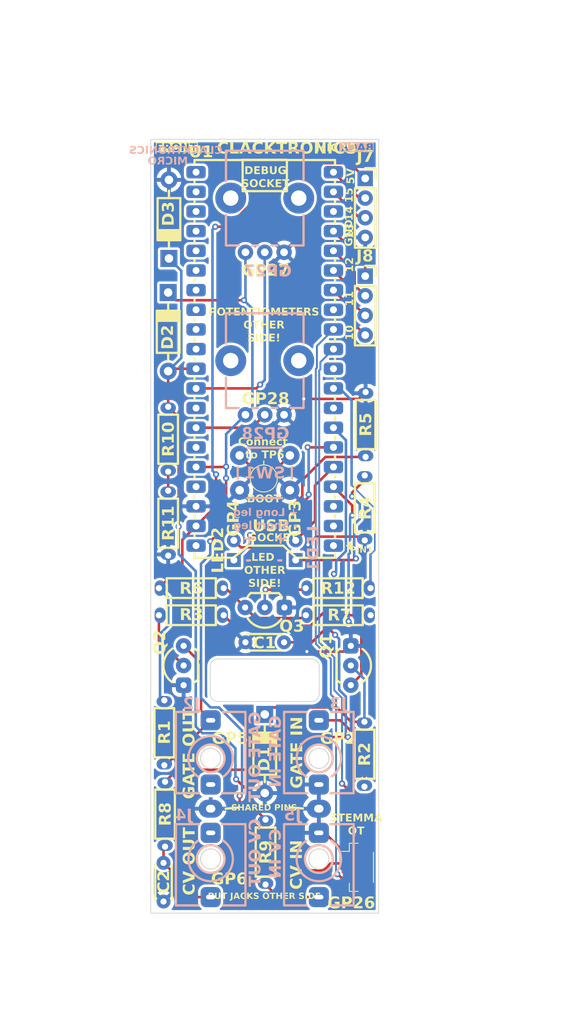
<source format=kicad_pcb>
(kicad_pcb (version 20240108) (generator "pcbnew") (generator_version "8.0")
  (layers (0 "F.Cu" signal) (31 "B.Cu" signal) (34 "B.Paste" user) (35 "F.Paste" user) (36 "B.SilkS" user "B.Silkscreen") (37 "F.SilkS" user "F.Silkscreen") (38 "B.Mask" user) (39 "F.Mask" user) (44 "Edge.Cuts" user))
  (net 0 "")
  (net 1 "Net-(C1-Pad1)")
  (net 2 "GND")
  (net 3 "Net-(Q3-B)")
  (net 4 "Net-(D1-K)")
  (net 5 "Net-(D2-A)")
  (net 6 "+3.3V")
  (net 7 "Net-(U1A-GP28)")
  (net 8 "Net-(C2-Pad1)")
  (net 9 "Net-(Q2-C)")
  (net 10 "/SDA")
  (net 11 "/SCL")
  (net 12 "Net-(Q3-C)")
  (net 13 "Net-(Q1-C)")
  (net 14 "Net-(Q2-B)")
  (net 15 "+5V")
  (net 16 "Net-(U1A-GP6)")
  (net 18 "Net-(LED2-A)")
  (net 19 "Net-(LED1-A)")
  (net 20 "Net-(U1A-GP5)")
  (net 24 "/I2C0_SDA")
  (net 25 "/I2C0_SCL")
  (net 26 "Net-(U1A-GP27)")
  (net 34 "Net-(SW1-Pad1)")
  (net 40 "Net-(J3-PadT)")
  (net 42 "Net-(J5-PadT)")
  (net 43 "Net-(R10-Pad1)")
  (net 44 "Net-(LED1-K)")
  (net 45 "Net-(LED2-K)")
  (net 47 "Net-(J7-Pin_3)")
  (net 48 "Net-(J7-Pin_2)")
  (net 51 "Net-(J8-Pin_2)")
  (net 52 "Net-(J8-Pin_1)")
  (net 53 "Net-(J8-Pin_3)")
  (net 54 "Net-(J8-Pin_4)")
  (footprint "BYOM_General:C_TH_Disc_P5.00mm" (layer "F.Cu") (at 45.9 158.5 -90)
    (property "Reference" "C2")
    (property "Value" "10n")
  )
  (footprint "BYOM_General:D_TH_DO-41_P10.16mm" (layer "F.Cu") (at 59 139.32 -90)
    (property "Reference" "D1")
    (property "Value" "1N5819WS")
  )
  (footprint "BYOM_General:D_TH_DO-41_P10.16mm" (layer "F.Cu") (at 46.5 84.8 -90)
    (property "Reference" "D2")
    (property "Value" "1N5819WS")
  )
  (footprint "BYOM_General:R_Axial_DIN0204_L3.6mm_D1.6mm_P7.62mm_Horizontal" (layer "F.Cu") (at 46.1 156.4 90)
    (property "Reference" "R8")
    (property "Value" "1k")
  )
  (footprint "BYOM_General:R_Axial_DIN0204_L3.6mm_D1.6mm_P7.62mm_Horizontal" (layer "F.Cu") (at 72.7 126.5 180)
    (property "Reference" "R7")
    (property "Value" "100R")
  )
  (footprint "BYOM_General:R_Axial_DIN0204_L3.6mm_D1.6mm_P7.62mm_Horizontal" (layer "F.Cu") (at 46.5 107.95 90)
    (property "Reference" "R10")
    (property "Value" "100k")
  )
  (footprint "BYOM_General:C_TH_Disc_P5.00mm" (layer "F.Cu") (at 61.5 130 180)
    (property "Reference" "C1")
    (property "Value" "100n")
  )
  (footprint "BYOM_General:R_Axial_DIN0204_L3.6mm_D1.6mm_P7.62mm_Horizontal" (layer "F.Cu") (at 59.1 161.3 90)
    (property "Reference" "R9")
    (property "Value" "100k")
  )
  (footprint "BYOM_General:PinSocket_1x04_P2.54mm_Vertical" (layer "F.Cu") (at 72 70.06)
    (property "Reference" "J7")
    (property "Value" "USB_HOST")
  )
  (footprint "BYOM_General:R_Axial_DIN0204_L3.6mm_D1.6mm_P7.62mm_Horizontal" (layer "F.Cu") (at 45.3 126.5)
    (property "Reference" "R3")
    (property "Value" "10k")
  )
  (footprint "Connector_JST:JST_SH_BM04B-SRSS-TB_1x04-1MP_P1.00mm_Vertical" (layer "F.Cu") (at 71.05 159.075 -90)
    (property "Reference" "J6" (hide yes))
    (property "Value" "STEMMA QT")
  )
  (footprint "BYOM_General:TO-92_Inline_Wide" (layer "F.Cu") (at 48.5 135.54 90)
    (property "Reference" "Q2")
    (property "Value" "2N3904")
  )
  (footprint "BYOM_General:RPI_Pico_through_hole" (layer "F.Cu") (at 67.89 117.51 180)
    (property "Reference" "U1")
    (property "Value" "Raspberry_Pi_Pico")
  )
  (footprint "BYOM_General:TO-92_Inline_Wide" (layer "F.Cu") (at 70.135825 130.46 -90)
    (property "Reference" "Q1")
    (property "Value" "2N3904")
  )
  (footprint "BYOM_General:TO-92_Inline_Wide" (layer "F.Cu") (at 61.54 125.5 180)
    (property "Reference" "Q3")
    (property "Value" "2N3904")
  )
  (footprint "BYOM_General:R_Axial_DIN0204_L3.6mm_D1.6mm_P7.62mm_Horizontal" (layer "F.Cu") (at 64.3 123)
    (property "Reference" "R12")
    (property "Value" "10k")
  )
  (footprint "BYOM_General:R_Axial_DIN0204_L3.6mm_D1.6mm_P7.62mm_Horizontal" (layer "F.Cu") (at 46.5 118.8 90)
    (property "Reference" "R11")
    (property "Value" "100k")
  )
  (footprint "BYOM_General:PinSocket_1x04_P2.54mm_Vertical" (layer "F.Cu") (at 72 82.68)
    (property "Reference" "J8")
    (property "Value" "GPPINS")
  )
  (footprint "BYOM_General:R_Axial_DIN0204_L3.6mm_D1.6mm_P7.62mm_Horizontal" (layer "F.Cu") (at 71.9 148.65 90)
    (property "Reference" "R2")
    (property "Value" "100k")
  )
  (footprint "TestPoint:TestPoint_Pad_D3.0mm" (layer "F.Cu") (at 58.875 108.825)
    (property "Reference" "TP1" (hide yes))
    (property "Value" "BOOT")
  )
  (footprint "BYOM_General:R_Axial_DIN0204_L3.6mm_D1.6mm_P7.62mm_Horizontal" (layer "F.Cu") (at 45.3 123)
    (property "Reference" "R6")
    (property "Value" "1k")
  )
  (footprint "BYOM_General:R_Axial_DIN0204_L3.6mm_D1.6mm_P7.62mm_Horizontal" (layer "F.Cu") (at 72.05 106.05 90)
    (property "Reference" "R5")
    (property "Value" "1k")
  )
  (footprint "BYOM_General:R_Axial_DIN0204_L3.6mm_D1.6mm_P7.62mm_Horizontal" (layer "F.Cu") (at 46 137.5 -90)
    (property "Reference" "R1")
    (property "Value" "1k")
  )
  (footprint "BYOM_General:D_TH_DO-41_P10.16mm" (layer "F.Cu") (at 46.6 80.4 90)
    (property "Reference" "D3")
    (property "Value" "1N5819WS")
  )
  (footprint "BYOM_General:R_Axial_DIN0204_L3.6mm_D1.6mm_P7.62mm_Horizontal" (layer "F.Cu") (at 71.94 108.44 -90)
    (property "Reference" "R4")
    (property "Value" "1k")
  )
  (footprint "BYOM_General:Jack_3.5mm_QingPu_WQP-PJ398SM_Vertical" (layer "B.Cu") (at 66 145 180)
    (property "Reference" "J3")
    (property "Value" "GATE_IN")
    (fp_circle (center 0 0) (end 1.3 0) (stroke (width 0.12)) (fill none) (layer "Edge.Cuts"))
  )
  (footprint "BYOM_General:Jack_3.5mm_QingPu_WQP-PJ398SM_Vertical" (layer "B.Cu") (at 66 158)
    (property "Reference" "J5")
    (property "Value" "CV_IN")
    (fp_circle (center 0 0) (end 1.3 0) (stroke (width 0.12)) (fill none) (layer "Edge.Cuts"))
  )
  (footprint "BYOM_General:Jack_3.5mm_QingPu_WQP-PJ398SM_Vertical" (layer "B.Cu") (at 52 158)
    (property "Reference" "J4")
    (property "Value" "CV_OUT")
    (fp_circle (center 0 0) (end 1.3 0) (stroke (width 0.12)) (fill none) (layer "Edge.Cuts"))
  )
  (footprint "BYOM_General:SW_PUSH_6mm" (layer "B.Cu") (at 62.25 105.85 180)
    (property "Reference" "SW1")
    (property "Value" "Program")
  )
  (footprint "BYOM_General:POT_TH_Alps_RK09K_Single_Vertical" (layer "B.Cu") (at 59 72.1 180)
    (property "Reference" "RV1" (hide yes))
    (property "Value" "100k")
  )
  (footprint "BYOM_General:LED_D3.0mm" (layer "B.Cu") (at 63 118.1 90)
    (property "Reference" "LED1")
    (property "Value" "LED")
  )
  (footprint "BYOM_General:LED_D3.0mm" (layer "B.Cu") (at 55 118.1 90)
    (property "Reference" "LED2")
    (property "Value" "LED")
  )
  (footprint "BYOM_General:Jack_3.5mm_QingPu_WQP-PJ398SM_Vertical" (layer "B.Cu") (at 52 145 180)
    (property "Reference" "J2")
    (property "Value" "GATE_OUT")
    (fp_circle (center 0 0) (end 1.3 0) (stroke (width 0.12)) (fill none) (layer "Edge.Cuts"))
  )
  (footprint "BYOM_General:POT_TH_Alps_RK09K_Single_Vertical" (layer "B.Cu") (at 59 93.1 180)
    (property "Reference" "RV2" (hide yes))
    (property "Value" "100k")
  )
  (gr_line (start 62.275 151.325) (end 63.925 151.475) (stroke (width 0.3)) (layer "F.SilkS"))
  (gr_rect (start 56.1375 67.65) (end 61.8625 71.7) (stroke (width 0.3)) (fill none) (layer "F.SilkS"))
  (gr_line (start 58.875 107.0375) (end 58.875 106.5625) (stroke (width 0.15)) (layer "F.SilkS"))
  (gr_line (start 53.95 151.5) (end 55.6 151.35) (stroke (width 0.3)) (layer "F.SilkS"))
  (gr_line (start 52.95 132.15) (end 65.05 132.15) (stroke (width 0.1)) (layer "Edge.Cuts"))
  (gr_line (start 66.05 133.15) (end 66.05 136.65) (stroke (width 0.1)) (layer "Edge.Cuts"))
  (gr_line (start 73.75 65) (end 44.25 65) (stroke (width 0.1)) (layer "Edge.Cuts"))
  (gr_arc (start 66.05 136.65) (mid 65.757107 137.357107) (end 65.05 137.65) (stroke (width 0.1)) (layer "Edge.Cuts"))
  (gr_line (start 51.95 136.65) (end 51.95 133.15) (stroke (width 0.1)) (layer "Edge.Cuts"))
  (gr_line (start 44.25 65) (end 44.25 165) (stroke (width 0.1)) (layer "Edge.Cuts"))
  (gr_arc (start 52.95 137.65) (mid 52.242893 137.357107) (end 51.95 136.65) (stroke (width 0.1)) (layer "Edge.Cuts"))
  (gr_arc (start 65.05 132.15) (mid 65.757107 132.442893) (end 66.05 133.15) (stroke (width 0.1)) (layer "Edge.Cuts"))
  (gr_line (start 65.05 137.65) (end 52.95 137.65) (stroke (width 0.1)) (layer "Edge.Cuts"))
  (gr_line (start 44.25 165) (end 73.75 165) (stroke (width 0.1)) (layer "Edge.Cuts"))
  (gr_arc (start 51.95 133.15) (mid 52.242893 132.442893) (end 52.95 132.15) (stroke (width 0.1)) (layer "Edge.Cuts"))
  (gr_line (start 73.75 65) (end 73.75 165) (stroke (width 0.1)) (layer "Edge.Cuts"))
  (gr_text " BACK " (at 73.6 66.7 0) (layer "B.SilkS" knockout) (effects (font (size 1 1) (thickness 0.2) (bold yes)) (justify left bottom mirror)))
  (gr_text "+" (at 57 116.65 0) (layer "B.SilkS") (effects (font (size 1.5 1.5) (thickness 0.25) (bold yes)) (justify mirror)))
  (gr_text "CLACKTRONICS" (at 53.5 67.05 0) (layer "B.SilkS") (effects (font (size 1 1) (thickness 0.25) (bold yes)) (justify left bottom mirror)))
  (gr_text "-" (at 60.95 119.4 0) (layer "B.SilkS") (effects (font (size 1.5 1.5) (thickness 0.25) (bold yes))))
  (gr_text "GP28" (at 59.1 103.1 0) (layer "B.SilkS") (effects (font (size 1.5 1.5) (thickness 0.2) (bold yes)) (justify mirror)))
  (gr_text "-" (at 56.9 119.4 0) (layer "B.SilkS") (effects (font (size 1.5 1.5) (thickness 0.25) (bold yes))))
  (gr_text "GP27" (at 59.4 82.1 0) (layer "B.SilkS") (effects (font (size 1.5 1.5) (thickness 0.2) (bold yes)) (justify mirror)))
  (gr_text "+" (at 61.05 116.65 0) (layer "B.SilkS") (effects (font (size 1.5 1.5) (thickness 0.25) (bold yes)) (justify mirror)))
  (gr_text "MICRO" (at 46.45 67.85 0) (layer "B.SilkS") (effects (font (size 1 1) (thickness 0.2) (bold yes)) (justify mirror)))
  (gr_text "GATE IN" (at 60.45 144.1 90) (layer "B.SilkS") (effects (font (size 1.5 1.5) (thickness 0.2) (bold yes)) (justify mirror)))
  (gr_text "+ Long leg\n- Short leg" (at 59.1 114.1 0) (layer "B.SilkS") (effects (font (size 1 1) (thickness 0.25) (bold yes)) (justify mirror)))
  (gr_text "CV OUT" (at 57.825 157.2 90) (layer "B.SilkS") (effects (font (size 1.5 1.5) (thickness 0.2) (bold yes)) (justify mirror)))
  (gr_text "GATE OUT" (at 57.8 144.8 90) (layer "B.SilkS") (effects (font (size 1.5 1.5) (thickness 0.2) (bold yes)) (justify mirror)))
  (gr_text "CV IN" (at 60.45 157.3 90) (layer "B.SilkS") (effects (font (size 1.5 1.5) (thickness 0.2) (bold yes)) (justify mirror)))
  (gr_text "CV OUT" (at 49.3 158.3 90) (layer "F.SilkS") (effects (font (size 1.5 1.5) (thickness 0.2) (bold yes))))
  (gr_text "GATE IN" (at 63.225 144.25 90) (layer "F.SilkS") (effects (font (size 1.5 1.5) (thickness 0.2) (bold yes))))
  (gr_text "GP3\n" (at 63 114 90) (layer "F.SilkS") (effects (font (size 1.5 1.5) (thickness 0.2) (bold yes))))
  (gr_text "CLACKTRONICS" (at 52.8 67.1 0) (layer "F.SilkS") (effects (font (size 1.5 1.5) (thickness 0.2) (bold yes)) (justify left bottom)))
  (gr_text "GP26" (at 70.2 163.75 0) (layer "F.SilkS") (effects (font (size 1.5 1.5) (thickness 0.2) (bold yes))))
  (gr_text "Connect \nto TP6" (at 59 106.4 0) (layer "F.SilkS") (effects (font (size 1 1) (thickness 0.2) (bold yes)) (justify bottom)))
  (gr_text "SHARED PINS" (at 58.925 151.875 0) (layer "F.SilkS") (effects (font (size 0.8 0.8) (thickness 0.2) (bold yes)) (justify bottom)))
  (gr_text "PIN1" (at 71.5 118.55 0) (layer "F.SilkS") (effects (font (size 0.8 0.8) (thickness 0.2) (bold yes)) (justify bottom)))
  (gr_text "GATE OUT" (at 49.275 144.425 90) (layer "F.SilkS") (effects (font (size 1.5 1.5) (thickness 0.2) (bold yes))))
  (gr_text "GP5\n" (at 54.5 142.5 0) (layer "F.SilkS") (effects (font (size 1.5 1.5) (thickness 0.2) (bold yes))))
  (gr_text "GP4" (at 55 114 90) (layer "F.SilkS") (effects (font (size 1.5 1.5) (thickness 0.2) (bold yes))))
  (gr_text "15" (at 70.55 73.2 90) (layer "F.SilkS") (effects (font (size 1 1) (thickness 0.25) (bold yes)) (justify left bottom)))
  (gr_text "5V" (at 70.75 70.8 90) (layer "F.SilkS") (effects (font (size 1 1) (thickness 0.25) (bold yes)) (justify left bottom)))
  (gr_text "GP28" (at 59.1 98.6 0) (layer "F.SilkS") (effects (font (size 1.5 1.5) (thickness 0.2) (bold yes))))
  (gr_text "GND" (at 70.5 78.85 90) (layer "F.SilkS") (effects (font (size 1 1) (thickness 0.25) (bold yes)) (justify left bottom)))
  (gr_text "MICRO" (at 68.2 66.15 0) (layer "F.SilkS") (effects (font (size 1 1) (thickness 0.2) (bold yes))))
  (gr_text " FRONT " (at 44.4 66.7 0) (layer "F.SilkS" knockout) (effects (font (size 1 1) (thickness 0.2) (bold yes)) (justify left bottom)))
  (gr_text "10     11     12     13" (at 70.6 90.95 90) (layer "F.SilkS") (effects (font (size 1 1) (thickness 0.25) (bold yes)) (justify left bottom)))
  (gr_text "GP6" (at 54.4 160.65 0) (layer "F.SilkS") (effects (font (size 1.5 1.5) (thickness 0.2) (bold yes))))
  (gr_text "POTENTIOMETERS\nOTHER\nSIDE!" (at 58.9 91.3 0) (layer "F.SilkS") (effects (font (size 1 1) (thickness 0.2) (bold yes)) (justify bottom)))
  (gr_text "14" (at 70.55 75.55 90) (layer "F.SilkS") (effects (font (size 1 1) (thickness 0.25) (bold yes)) (justify left bottom)))
  (gr_text "STEMMA\nQT" (at 70.825 155 0) (layer "F.SilkS") (effects (font (size 1 1) (thickness 0.2) (bold yes)) (justify bottom)))
  (gr_text "CV IN" (at 63.175 158.75 90) (layer "F.SilkS") (effects (font (size 1.5 1.5) (thickness 0.2) (bold yes))))
  (gr_text "LED \nOTHER\nSIDE!" (at 59 123 0) (layer "F.SilkS") (effects (font (size 1 1) (thickness 0.2) (bold yes)) (justify bottom)))
  (gr_text "GP2" (at 68.5 142.5 0) (layer "F.SilkS") (effects (font (size 1.5 1.5) (thickness 0.2) (bold yes))))
  (gr_text "PUT JACKS OTHER SIDE" (at 58.95 163.3 0) (layer "F.SilkS") (effects (font (size 0.8 0.8) (thickness 0.2) (bold yes)) (justify bottom)))
  (gr_text "GP27" (at 59.1 82 0) (layer "F.SilkS") (effects (font (size 1.5 1.5) (thickness 0.2) (bold yes))))
  (gr_text "DEBUG\nSOCKET" (at 59.0875 71.35 0) (layer "F.SilkS") (effects (font (size 1 1) (thickness 0.2) (bold yes)) (justify bottom)))
  (segment (start 64.654595 142.245405) (end 69.775 142.245405) (width 0.33) (layer "F.Cu") (net 1))
  (segment (start 65.1 130) (end 66.25 128.85) (width 0.33) (layer "F.Cu") (net 1))
  (segment (start 66.25 128.85) (end 68.6 126.5) (width 0.33) (layer "F.Cu") (net 1))
  (segment (start 46.1 148.018) (end 47.650473 146.467527) (width 0.33) (layer "F.Cu") (net 1))
  (segment (start 67.112545 128.05) (end 68.105604 129.043059) (width 0.33) (layer "F.Cu") (net 1))
  (segment (start 66.25 128.85) (end 67.05 128.05) (width 0.33) (layer "F.Cu") (net 1))
  (segment (start 60.432473 146.467527) (end 64.654595 142.245405) (width 0.33) (layer "F.Cu") (net 1))
  (segment (start 47.650473 146.467527) (end 60.432473 146.467527) (width 0.33) (layer "F.Cu") (net 1))
  (segment (start 68.6 126.5) (end 72.7 126.5) (width 0.33) (layer "F.Cu") (net 1))
  (segment (start 67.05 128.05) (end 67.112545 128.05) (width 0.33) (layer "F.Cu") (net 1))
  (segment (start 61.5 130) (end 65.1 130) (width 0.33) (layer "F.Cu") (net 1))
  (via (at 68.105604 129.043059) (size 0.8) (drill 0.4) (layers "F.Cu" "B.Cu") (net 1))
  (via (at 69.775 142.245405) (size 0.8) (drill 0.4) (layers "F.Cu" "B.Cu") (net 1))
  (segment (start 69.49 136.997036) (end 68.63 136.137036) (width 0.33) (layer "B.Cu") (net 1))
  (segment (start 69.49 141.960405) (end 69.49 136.997036) (width 0.33) (layer "B.Cu") (net 1))
  (segment (start 68.63 129.567455) (end 68.105604 129.043059) (width 0.33) (layer "B.Cu") (net 1))
  (segment (start 68.63 136.137036) (end 68.63 129.567455) (width 0.33) (layer "B.Cu") (net 1))
  (segment (start 69.775 142.245405) (end 69.49 141.960405) (width 0.33) (layer "B.Cu") (net 1))
  (segment (start 65.655 116.345) (end 64.6 117.4) (width 0.33) (layer "F.Cu") (net 2))
  (segment (start 71.168 98.55) (end 64.05 98.55) (width 0.33) (layer "F.Cu") (net 2))
  (segment (start 71.94 116.822) (end 71.463 116.345) (width 0.33) (layer "F.Cu") (net 2))
  (segment (start 66.77 154.62) (end 69.725 157.575) (width 0.33) (layer "F.Cu") (net 2))
  (segment (start 69.395825 131.2) (end 64.45 131.2) (width 0.33) (layer "F.Cu") (net 2))
  (segment (start 71.463 116.345) (end 65.655 116.345) (width 0.33) (layer "F.Cu") (net 2))
  (segment (start 66 154.62) (end 66.77 154.62) (width 0.33) (layer "F.Cu") (net 2))
  (segment (start 72.05 97.668) (end 71.168 98.55) (width 0.33) (layer "F.Cu") (net 2))
  (segment (start 70.135825 130.46) (end 69.395825 131.2) (width 0.33) (layer "F.Cu") (net 2))
  (via (at 64.45 131.2) (size 0.8) (drill 0.4) (layers "F.Cu" "B.Cu") (net 2))
  (via (at 64.05 98.55) (size 0.8) (drill 0.4) (layers "F.Cu" "B.Cu") (net 2))
  (via (at 64.6 117.4) (size 0.8) (drill 0.4) (layers "F.Cu" "B.Cu") (net 2))
  (segment (start 64.1 123.2) (end 59.1 123.2) (width 0.33) (layer "F.Cu") (net 3))
  (segment (start 64.3 123) (end 64.1 123.2) (width 0.33) (layer "F.Cu") (net 3))
  (via (at 59.1 123.2) (size 0.8) (drill 0.4) (layers "F.Cu" "B.Cu") (net 3))
  (segment (start 59 125.5) (end 59 123.3) (width 0.33) (layer "B.Cu") (net 3))
  (segment (start 59 123.3) (end 59.1 123.2) (width 0.33) (layer "B.Cu") (net 3))
  (segment (start 59 139.32) (end 59.905 138.415) (width 0.33) (layer "F.Cu") (net 4))
  (segment (start 59.905 138.415) (end 68.315 138.415) (width 0.33) (layer "F.Cu") (net 4))
  (segment (start 70.168 140.268) (end 71.9 140.268) (width 0.33) (layer "F.Cu") (net 4))
  (segment (start 68.315 138.415) (end 70.168 140.268) (width 0.33) (layer "F.Cu") (net 4))
  (segment (start 71.9 134.764175) (end 71.9 140.268) (width 0.33) (layer "B.Cu") (net 4))
  (segment (start 70.135825 133) (end 71.9 134.764175) (width 0.33) (layer "B.Cu") (net 4))
  (segment (start 56.88 149.28) (end 55.3 147.7) (width 0.33) (layer "F.Cu") (net 5))
  (segment (start 46.81 94.65) (end 46.5 94.96) (width 0.33) (layer "F.Cu") (net 5))
  (segment (start 56.88 150.698) (end 56.88 149.28) (width 0.33) (layer "F.Cu") (net 5))
  (segment (start 46.5 99.568) (end 47.865 100.933) (width 0.33) (layer "F.Cu") (net 5))
  (segment (start 47.865 100.933) (end 47.865 115.035) (width 0.33) (layer "F.Cu") (net 5))
  (segment (start 47.865 115.035) (end 47.85 115.05) (width 0.33) (layer "F.Cu") (net 5))
  (segment (start 46.5 99.568) (end 46.5 94.96) (width 0.33) (layer "F.Cu") (net 5))
  (segment (start 50.11 94.65) (end 46.81 94.65) (width 0.33) (layer "F.Cu") (net 5))
  (segment (start 59.1 152.918) (end 56.88 150.698) (width 0.33) (layer "F.Cu") (net 5))
  (via (at 47.85 115.05) (size 0.8) (drill 0.4) (layers "F.Cu" "B.Cu") (net 5))
  (via (at 55.3 147.7) (size 0.8) (drill 0.4) (layers "F.Cu" "B.Cu") (net 5))
  (segment (start 48.2 93.26) (end 46.5 94.96) (width 0.33) (layer "B.Cu") (net 5))
  (segment (start 50.07 140.885428) (end 50.929572 141.745) (width 0.33) (layer "B.Cu") (net 5))
  (segment (start 47.865 115.065) (end 47.865 118.615) (width 0.33) (layer "B.Cu") (net 5))
  (segment (start 48.2 82) (end 48.2 93.26) (width 0.33) (layer "B.Cu") (net 5))
  (segment (start 55.2 147.6) (end 55.3 147.7) (width 0.33) (layer "B.Cu") (net 5))
  (segment (start 47.865 118.615) (end 50.07 120.82) (width 0.33) (layer "B.Cu") (net 5))
  (segment (start 50.07 120.82) (end 50.07 140.885428) (width 0.33) (layer "B.Cu") (net 5))
  (segment (start 55.2 143.7) (end 55.2 147.6) (width 0.33) (layer "B.Cu") (net 5))
  (segment (start 53.245 141.745) (end 55.2 143.7) (width 0.33) (layer "B.Cu") (net 5))
  (segment (start 50.929572 141.745) (end 53.245 141.745) (width 0.33) (layer "B.Cu") (net 5))
  (segment (start 47.85 115.05) (end 47.865 115.065) (width 0.33) (layer "B.Cu") (net 5))
  (segment (start 46.6 80.4) (end 48.2 82) (width 0.33) (layer "B.Cu") (net 5))
  (segment (start 51.95 116.95) (end 54 114.9) (width 0.33) (layer "F.Cu") (net 6))
  (segment (start 69.725 158.575) (end 67.508326 158.575) (width 0.33) (layer "F.Cu") (net 6))
  (segment (start 67.508326 158.575) (end 66.615799 159.467527) (width 0.33) (layer "F.Cu") (net 6))
  (segment (start 63.667527 159.467527) (end 55.75 151.55) (width 0.33) (layer "F.Cu") (net 6))
  (segment (start 54 114.9) (end 54 108.8) (width 0.33) (layer "F.Cu") (net 6))
  (segment (start 50.11 107.35) (end 53.95 107.35) (width 0.33) (layer "F.Cu") (net 6))
  (segment (start 53.95 107.35) (end 54 107.3) (width 0.33) (layer "F.Cu") (net 6))
  (segment (start 47.5 85.8) (end 56.3 85.8) (width 0.33) (layer "F.Cu") (net 6))
  (segment (start 66.615799 159.467527) (end 63.667527 159.467527) (width 0.33) (layer "F.Cu") (net 6))
  (segment (start 46.5 84.8) (end 47.5 85.8) (width 0.33) (layer "F.Cu") (net 6))
  (segment (start 55.75 151.55) (end 55.75 149.85) (width 0.33) (layer "F.Cu") (net 6))
  (via (at 54 108.8) (size 0.8) (drill 0.4) (layers "F.Cu" "B.Cu") (net 6))
  (via (at 56.3 85.8) (size 0.8) (drill 0.4) (layers "F.Cu" "B.Cu") (net 6))
  (via (at 51.95 116.95) (size 0.8) (drill 0.4) (layers "F.Cu" "B.Cu") (net 6))
  (via (at 55.75 149.85) (size 0.8) (drill 0.4) (layers "F.Cu" "B.Cu") (net 6))
  (via (at 54 107.3) (size 0.8) (drill 0.4) (layers "F.Cu" "B.Cu") (net 6))
  (segment (start 56.3 85.8) (end 56.5 85.6) (width 0.33) (layer "B.Cu") (net 6))
  (segment (start 53.070428 138.415) (end 56.065 141.409572) (width 0.33) (layer "B.Cu") (net 6))
  (segment (start 54 103.1) (end 56.5 100.6) (width 0.33) (layer "B.Cu") (net 6))
  (segment (start 51.95 118.65) (end 50.75 119.85) (width 0.33) (layer "B.Cu") (net 6))
  (segment (start 50.75 119.85) (end 50.75 137.2) (width 0.33) (layer "B.Cu") (net 6))
  (segment (start 56.5 85.6) (end 56.5 79.6) (width 0.33) (layer "B.Cu") (net 6))
  (segment (start 50.75 137.2) (end 51.965 138.415) (width 0.33) (layer "B.Cu") (net 6))
  (segment (start 57.4 86.9) (end 56.3 85.8) (width 0.33) (layer "B.Cu") (net 6))
  (segment (start 54 107.3) (end 54 103.1) (width 0.33) (layer "B.Cu") (net 6))
  (segment (start 56.065 141.409572) (end 56.065 149.535) (width 0.33) (layer "B.Cu") (net 6))
  (segment (start 57.4 99.7) (end 57.4 86.9) (width 0.33) (layer "B.Cu") (net 6))
  (segment (start 56.065 149.535) (end 55.75 149.85) (width 0.33) (layer "B.Cu") (net 6))
  (segment (start 56.5 100.6) (end 57.4 99.7) (width 0.33) (layer "B.Cu") (net 6))
  (segment (start 51.95 116.95) (end 51.95 118.65) (width 0.33) (layer "B.Cu") (net 6))
  (segment (start 51.965 138.415) (end 53.070428 138.415) (width 0.33) (layer "B.Cu") (net 6))
  (segment (start 54 107.3) (end 54 108.8) (width 0.33) (layer "B.Cu") (net 6))
  (segment (start 57.33 102.27) (end 59 100.6) (width 0.33) (layer "F.Cu") (net 7))
  (segment (start 50.11 102.27) (end 57.33 102.27) (width 0.33) (layer "F.Cu") (net 7))
  (segment (start 50.32 162.92) (end 45.9 158.5) (width 0.33) (layer "F.Cu") (net 8))
  (segment (start 45.9 156.6) (end 46.1 156.4) (width 0.33) (layer "F.Cu") (net 8))
  (segment (start 52 162.92) (end 50.32 162.92) (width 0.33) (layer "F.Cu") (net 8))
  (segment (start 45.9 158.5) (end 45.9 156.6) (width 0.33) (layer "F.Cu") (net 8))
  (segment (start 50.75 132.71) (end 48.5 130.46) (width 0.33) (layer "F.Cu") (net 9))
  (segment (start 50.75 138.83) (end 50.75 132.71) (width 0.33) (layer "F.Cu") (net 9))
  (segment (start 52 140.08) (end 50.75 138.83) (width 0.33) (layer "F.Cu") (net 9))
  (segment (start 46 145.882) (end 46.198 145.882) (width 0.33) (layer "F.Cu") (net 9))
  (segment (start 46.198 145.882) (end 52 140.08) (width 0.33) (layer "F.Cu") (net 9))
  (segment (start 63.953 126.865) (end 57.825 126.865) (width 0.33) (layer "F.Cu") (net 12))
  (segment (start 53.682 123) (end 53.96 123) (width 0.33) (layer "F.Cu") (net 12))
  (segment (start 64.318 126.5) (end 63.953 126.865) (width 0.33) (layer "F.Cu") (net 12))
  (segment (start 53.96 123) (end 56.46 125.5) (width 0.33) (layer "F.Cu") (net 12))
  (segment (start 57.825 126.865) (end 56.46 125.5) (width 0.33) (layer "F.Cu") (net 12))
  (segment (start 70.32 112.32) (end 70.32 113.6) (width 0.33) (layer "F.Cu") (net 13))
  (segment (start 71.500825 134.175) (end 71.500825 128.950825) (width 0.33) (layer "F.Cu") (net 13))
  (segment (start 70.135825 135.54) (end 71.500825 134.175) (width 0.33) (layer "F.Cu") (net 13))
  (segment (start 71.500825 128.950825) (end 69.85 127.3) (width 0.33) (layer "F.Cu") (net 13))
  (segment (start 67.89 109.89) (end 70.32 112.32) (width 0.33) (layer "F.Cu") (net 13))
  (via (at 70.32 113.6) (size 0.8) (drill 0.4) (layers "F.Cu" "B.Cu") (net 13))
  (via (at 69.85 127.3) (size 0.8) (drill 0.4) (layers "F.Cu" "B.Cu") (net 13))
  (segment (start 69.85 127.45) (end 69.85 127.3) (width 0.33) (layer "B.Cu") (net 13))
  (segment (start 69.85 118.63141) (end 69.85 127.3) (width 0.33) (layer "B.Cu") (net 13))
  (segment (start 70.04 118.44141) (end 69.85 118.63141) (width 0.33) (layer "B.Cu") (net 13))
  (segment (start 70.04 113.88) (end 70.04 118.44141) (width 0.33) (layer "B.Cu") (net 13))
  (segment (start 70.32 113.6) (end 70.04 113.88) (width 0.33) (layer "B.Cu") (net 13))
  (segment (start 45.3 129.8) (end 45.3 126.5) (width 0.33) (layer "F.Cu") (net 14))
  (segment (start 48.5 133) (end 45.3 129.8) (width 0.33) (layer "F.Cu") (net 14))
  (segment (start 52.7 112.38) (end 52.7 108.3) (width 0.33) (layer "F.Cu") (net 15))
  (segment (start 48.332585 116.747415) (end 50.11 114.97) (width 0.33) (layer "F.Cu") (net 15))
  (segment (start 70.025 68.085) (end 72 70.06) (width 0.33) (layer "F.Cu") (net 15))
  (segment (start 52.6 76.3) (end 54.244616 76.3) (width 0.33) (layer "F.Cu") (net 15))
  (segment (start 62.459616 68.085) (end 70.025 68.085) (width 0.33) (layer "F.Cu") (net 15))
  (segment (start 50.11 114.97) (end 52.7 112.38) (width 0.33) (layer "F.Cu") (net 15))
  (segment (start 54.244616 76.3) (end 62.459616 68.085) (width 0.33) (layer "F.Cu") (net 15))
  (segment (start 48.332585 119.967415) (end 48.332585 116.747415) (width 0.33) (layer "F.Cu") (net 15))
  (segment (start 45.3 123) (end 48.332585 119.967415) (width 0.33) (layer "F.Cu") (net 15))
  (via (at 52.7 108.3) (size 0.8) (drill 0.4) (layers "F.Cu" "B.Cu") (net 15))
  (via (at 52.6 76.3) (size 0.8) (drill 0.4) (layers "F.Cu" "B.Cu") (net 15))
  (segment (start 52.234998 107.834998) (end 52.7 108.3) (width 0.33) (layer "B.Cu") (net 15))
  (segment (start 52.6 76.3) (end 52.234998 76.665002) (width 0.33) (layer "B.Cu") (net 15))
  (segment (start 45.45 128.9) (end 46.515 127.835) (width 0.33) (layer "B.Cu") (net 15))
  (segment (start 45.45 136.95) (end 45.45 128.9) (width 0.33) (layer "B.Cu") (net 15))
  (segment (start 46.515 124.215) (end 45.3 123) (width 0.33) (layer "B.Cu") (net 15))
  (segment (start 52.234998 76.665002) (end 52.234998 107.834998) (width 0.33) (layer "B.Cu") (net 15))
  (segment (start 46.515 127.835) (end 46.515 124.215) (width 0.33) (layer "B.Cu") (net 15))
  (segment (start 46 137.5) (end 45.45 136.95) (width 0.33) (layer "B.Cu") (net 15))
  (segment (start 68.69 97.19) (end 70.24 98.74) (width 0.33) (layer "B.Cu") (net 16))
  (segment (start 70.24 98.74) (end 70.24 109.69) (width 0.33) (layer "B.Cu") (net 16))
  (segment (start 70.24 109.69) (end 73.24 112.69) (width 0.2) (layer "B.Cu") (net 16))
  (segment (start 72.682 118.670137) (end 72.682 123) (width 0.33) (layer "B.Cu") (net 16))
  (segment (start 67.89 97.19) (end 68.69 97.19) (width 0.33) (layer "B.Cu") (net 16))
  (segment (start 73.24 112.69) (end 73.24 118.112137) (width 0.2) (layer "B.Cu") (net 16))
  (segment (start 73.24 118.112137) (end 72.682 118.670137) (width 0.2) (layer "B.Cu") (net 16))
  (segment (start 67.89 104.81) (end 64.56 104.81) (width 0.33) (layer "F.Cu") (net 18))
  (segment (start 55 116.83) (end 55.9 117.73) (width 0.33) (layer "F.Cu") (net 18))
  (segment (start 64.56 104.81) (end 64.55 104.8) (width 0.33) (layer "F.Cu") (net 18))
  (segment (start 58.155 117.73) (end 64.680014 111.204986) (width 0.33) (layer "F.Cu") (net 18))
  (segment (start 55.9 117.73) (end 58.155 117.73) (width 0.33) (layer "F.Cu") (net 18))
  (segment (start 64.680014 111.204986) (end 64.680014 110.9) (width 0.33) (layer "F.Cu") (net 18))
  (via (at 64.680014 110.9) (size 0.8) (drill 0.4) (layers "F.Cu" "B.Cu") (net 18))
  (via (at 64.55 104.8) (size 0.8) (drill 0.4) (layers "F.Cu" "B.Cu") (net 18))
  (segment (start 64.68 104.93) (end 64.68 110.899986) (width 0.33) (layer "B.Cu") (net 18))
  (segment (start 64.55 104.8) (end 64.68 104.93) (width 0.33) (layer "B.Cu") (net 18))
  (segment (start 64.68 110.899986) (end 64.680014 110.9) (width 0.33) (layer "B.Cu") (net 18))
  (segment (start 65.495 114.335) (end 63 116.83) (width 0.33) (layer "F.Cu") (net 19))
  (segment (start 67.89 107.35) (end 65.495 109.745) (width 0.33) (layer "F.Cu") (net 19))
  (segment (start 65.495 109.745) (end 65.495 114.335) (width 0.33) (layer "F.Cu") (net 19))
  (segment (start 53.682 126.5) (end 55.047 127.865) (width 0.33) (layer "F.Cu") (net 20))
  (segment (start 55.047 127.865) (end 64.909137 127.865) (width 0.33) (layer "F.Cu") (net 20))
  (segment (start 67.95806 124.816077) (end 67.95806 121.168854) (width 0.33) (layer "F.Cu") (net 20))
  (segment (start 64.909137 127.865) (end 67.95806 124.816077) (width 0.33) (layer "F.Cu") (net 20))
  (via (at 67.95806 121.168854) (size 0.8) (drill 0.4) (layers "F.Cu" "B.Cu") (net 20))
  (segment (start 69.505 118.226876) (end 68.240825 119.491052) (width 0.33) (layer "B.Cu") (net 20))
  (segment (start 68.240825 120.886089) (end 67.95806 121.168854) (width 0.33) (layer "B.Cu") (net 20))
  (segment (start 68.240825 119.491052) (end 68.240825 120.886089) (width 0.33) (layer "B.Cu") (net 20))
  (segment (start 67.89 102.27) (end 69.505 103.885) (width 0.33) (layer "B.Cu") (net 20))
  (segment (start 69.505 103.885) (end 69.505 118.226876) (width 0.33) (layer "B.Cu") (net 20))
  (segment (start 69.725 159.575) (end 70.499999 159.575) (width 0.33) (layer "F.Cu") (net 24))
  (segment (start 70.865 150.115) (end 69 148.25) (width 0.33) (layer "F.Cu") (net 24))
  (segment (start 70.499999 159.575) (end 70.865 159.209999) (width 0.33) (layer "F.Cu") (net 24))
  (segment (start 70.865 159.209999) (end 70.865 150.115) (width 0.33) (layer "F.Cu") (net 24))
  (via (at 69 148.25) (size 0.8) (drill 0.4) (layers "F.Cu" "B.Cu") (net 24))
  (segment (start 66.2 94.724443) (end 66.05 94.874443) (width 0.25) (layer "B.Cu") (net 24))
  (segment (start 68 136.2) (end 69 137.2) (width 0.25) (layer "B.Cu") (net 24))
  (segment (start 67.89 92.11) (end 66.2 93.8) (width 0.25) (layer "B.Cu") (net 24))
  (segment (start 68 131.963604) (end 68 136.2) (width 0.25) (layer "B.Cu") (net 24))
  (segment (start 69 137.2) (end 69 148.25) (width 0.25) (layer "B.Cu") (net 24))
  (segment (start 66.05 94.874443) (end 66.05 130.013604) (width 0.25) (layer "B.Cu") (net 24))
  (segment (start 66.2 93.8) (end 66.2 94.724443) (width 0.25) (layer "B.Cu") (net 24))
  (segment (start 66.05 130.013604) (end 68 131.963604) (width 0.25) (layer "B.Cu") (net 24))
  (segment (start 69.075 160.575) (end 68.45 159.95) (width 0.33) (layer "F.Cu") (net 25))
  (segment (start 69.725 160.575) (end 69.075 160.575) (width 0.33) (layer "F.Cu") (net 25))
  (segment (start 68.434718 159.965282) (end 68.386893 159.965282) (width 0.33) (layer "F.Cu") (net 25))
  (segment (start 68.45 159.95) (end 68.434718 159.965282) (width 0.33) (layer "F.Cu") (net 25))
  (via (at 68.386893 159.965282) (size 0.8) (drill 0.4) (layers "F.Cu" "B.Cu") (net 25))
  (segment (start 65.6 130.2) (end 67.55 132.15) (width 0.25) (layer "B.Cu") (net 25))
  (segment (start 65.6 94.688047) (end 65.6 130.2) (width 0.25) (layer "B.Cu") (net 25))
  (segment (start 67.89 89.57) (end 65.75 91.71) (width 0.25) (layer "B.Cu") (net 25))
  (segment (start 67.55 136.75) (end 68.224998 137.424998) (width 0.25) (layer "B.Cu") (net 25))
  (segment (start 67.55 132.15) (end 67.55 136.75) (width 0.25) (layer "B.Cu") (net 25))
  (segment (start 65.75 94.538047) (end 65.6 94.688047) (width 0.25) (layer "B.Cu") (net 25))
  (segment (start 65.75 91.71) (end 65.75 94.538047) (width 0.25) (layer "B.Cu") (net 25))
  (segment (start 68.224998 159.803387) (end 68.386893 159.965282) (width 0.25) (layer "B.Cu") (net 25))
  (segment (start 68.224998 137.424998) (end 68.224998 159.803387) (width 0.25) (layer "B.Cu") (net 25))
  (segment (start 57.91 97.19) (end 58.4 96.7) (width 0.33) (layer "F.Cu") (net 26))
  (segment (start 50.11 97.19) (end 57.91 97.19) (width 0.33) (layer "F.Cu") (net 26))
  (via (at 58.4 96.7) (size 0.8) (drill 0.4) (layers "F.Cu" "B.Cu") (net 26))
  (segment (start 59 96.1) (end 58.4 96.7) (width 0.33) (layer "B.Cu") (net 26))
  (segment (start 59 79.6) (end 59 96.1) (width 0.33) (layer "B.Cu") (net 26))
  (segment (start 55.75 105.85) (end 58.725 108.825) (width 0.33) (layer "F.Cu") (net 34))
  (segment (start 59.275 108.825) (end 58.875 108.825) (width 0.33) (layer "F.Cu") (net 34))
  (segment (start 62.25 105.85) (end 59.275 108.825) (width 0.33) (layer "F.Cu") (net 34))
  (segment (start 58.725 108.825) (end 58.875 108.825) (width 0.33) (layer "F.Cu") (net 34))
  (segment (start 70.59 141.90782) (end 70.59 142.480927) (width 0.33) (layer "F.Cu") (net 40))
  (segment (start 71.9 143.790927) (end 71.9 148.65) (width 0.33) (layer "F.Cu") (net 40))
  (segment (start 68.76218 140.08) (end 70.59 141.90782) (width 0.33) (layer "F.Cu") (net 40))
  (segment (start 70.59 142.480927) (end 71.9 143.790927) (width 0.33) (layer "F.Cu") (net 40))
  (segment (start 66 140.08) (end 68.76218 140.08) (width 0.33) (layer "F.Cu") (net 40))
  (segment (start 71.9 148.65) (end 71.9 147.8) (width 0.33) (layer "B.Cu") (net 40))
  (segment (start 60.72 162.92) (end 66 162.92) (width 0.33) (layer "F.Cu") (net 42))
  (segment (start 59.1 161.3) (end 60.72 162.92) (width 0.33) (layer "F.Cu") (net 42))
  (segment (start 46.5 110.418) (end 46.5 107.95) (width 0.33) (layer "F.Cu") (net 43))
  (segment (start 70.3 110.65) (end 70.3 111.149996) (width 0.33) (layer "F.Cu") (net 44))
  (segment (start 63 119.37) (end 70.603969 119.37) (width 0.33) (layer "F.Cu") (net 44))
  (segment (start 70.603969 119.37) (end 70.796524 119.177445) (width 0.33) (layer "F.Cu") (net 44))
  (segment (start 71.94 108.44) (end 71.94 109.01) (width 0.33) (layer "F.Cu") (net 44))
  (segment (start 71.94 109.01) (end 70.3 110.65) (width 0.33) (layer "F.Cu") (net 44))
  (via (at 70.796524 119.177445) (size 0.8) (drill 0.4) (layers "F.Cu" "B.Cu") (net 44))
  (via (at 70.3 111.149996) (size 0.8) (drill 0.4) (layers "F.Cu" "B.Cu") (net 44))
  (segment (start 71.3 112.149996) (end 70.3 111.149996) (width 0.33) (layer "B.Cu") (net 44))
  (segment (start 70.796524 119.177445) (end 70.57 118.950921) (width 0.33) (layer "B.Cu") (net 44))
  (segment (start 70.57 118.950921) (end 70.57 114.78) (width 0.33) (layer "B.Cu") (net 44))
  (segment (start 71.3 114.05) (end 71.3 112.149996) (width 0.33) (layer "B.Cu") (net 44))
  (segment (start 70.57 114.78) (end 71.3 114.05) (width 0.33) (layer "B.Cu") (net 44))
  (segment (start 63.865 111.135) (end 58.85 116.15) (width 0.33) (layer "F.Cu") (net 45))
  (segment (start 72.05 106.05) (end 66.858124 106.05) (width 0.33) (layer "F.Cu") (net 45))
  (segment (start 58.85 116.15) (end 57.1 116.15) (width 0.33) (layer "F.Cu") (net 45))
  (segment (start 66.858124 106.05) (end 63.865 109.043124) (width 0.33) (layer "F.Cu") (net 45))
  (segment (start 63.865 109.043124) (end 63.865 111.135) (width 0.33) (layer "F.Cu") (net 45))
  (via (at 57.1 116.15) (size 0.8) (drill 0.4) (layers "F.Cu" "B.Cu") (net 45))
  (segment (start 57.1 117.27) (end 57.1 116.15) (width 0.33) (layer "B.Cu") (net 45))
  (segment (start 55 119.37) (end 57.1 117.27) (width 0.33) (layer "B.Cu") (net 45))
  (segment (start 67.89 71.79) (end 71.24 75.14) (width 0.33) (layer "F.Cu") (net 47))
  (segment (start 71.24 75.14) (end 72 75.14) (width 0.33) (layer "F.Cu") (net 47))
  (segment (start 71.24 72.6) (end 72 72.6) (width 0.33) (layer "F.Cu") (net 48))
  (segment (start 67.89 69.25) (end 71.24 72.6) (width 0.33) (layer "F.Cu") (net 48))
  (segment (start 70.635 82.155) (end 70.635 83.855) (width 0.33) (layer "F.Cu") (net 51))
  (segment (start 70.635 83.855) (end 72 85.22) (width 0.33) (layer "F.Cu") (net 51))
  (segment (start 67.89 79.41) (end 70.635 82.155) (width 0.33) (layer "F.Cu") (net 51))
  (segment (start 67.89 76.87) (end 72 80.98) (width 0.33) (layer "F.Cu") (net 52))
  (segment (start 72 80.98) (end 72 82.68) (width 0.33) (layer "F.Cu") (net 52))
  (segment (start 67.89 81.95) (end 70.635 84.695) (width 0.33) (layer "F.Cu") (net 53))
  (segment (start 70.635 86.395) (end 72 87.76) (width 0.33) (layer "F.Cu") (net 53))
  (segment (start 70.635 84.695) (end 70.635 86.395) (width 0.33) (layer "F.Cu") (net 53))
  (segment (start 70.635 87.235) (end 70.635 88.935) (width 0.33) (layer "F.Cu") (net 54))
  (segment (start 70.635 88.935) (end 72 90.3) (width 0.33) (layer "F.Cu") (net 54))
  (segment (start 67.89 84.49) (end 70.635 87.235) (width 0.33) (layer "F.Cu") (net 54))
  (zone (net 2) (net_name "GND") (layer "B.Cu") (connect_pads (clearance 0.33)) (min_thickness 0.254) (fill yes (thermal_gap 0.508) (thermal_bridge_width 0.508))
    (polygon (pts (xy 75 166) (xy 43 166) (xy 43 64) (xy 75 64)))
  )
)
</source>
